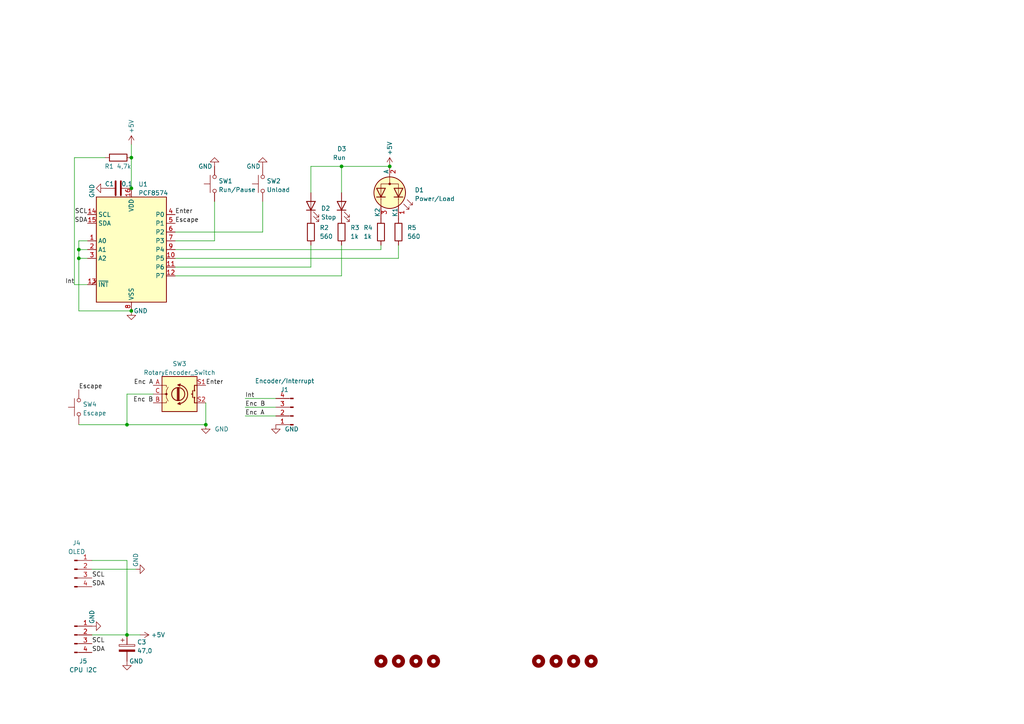
<source format=kicad_sch>
(kicad_sch (version 20211123) (generator eeschema)
  (paper "A4")
  (lib_symbols
    (symbol "Connector:Conn_01x04_Male" (pin_names (offset 1.016) hide)
      (property "Reference" "J" (at 0 5.08 0))
      (property "Value" "Conn_01x04_Male" (at 0 -7.62 0))
      (symbol "Conn_01x04_Male_1_1"
        (polyline (pts (xy 1.27 -5.08) (xy 0.8636 -5.08)) (stroke (width 0.1524)))
        (polyline (pts (xy 1.27 -2.54) (xy 0.8636 -2.54)) (stroke (width 0.1524)))
        (polyline (pts (xy 1.27 0) (xy 0.8636 0)) (stroke (width 0.1524)))
        (polyline (pts (xy 1.27 2.54) (xy 0.8636 2.54)) (stroke (width 0.1524)))
        (rectangle (start 0.8636 -4.953) (end 0 -5.207) (stroke (width 0.1524)) (fill (type outline)))
        (rectangle (start 0.8636 -2.413) (end 0 -2.667) (stroke (width 0.1524)) (fill (type outline)))
        (rectangle (start 0.8636 0.127) (end 0 -0.127) (stroke (width 0.1524)) (fill (type outline)))
        (rectangle (start 0.8636 2.667) (end 0 2.413) (stroke (width 0.1524)) (fill (type outline)))
        (pin passive line (at 5.08 2.54 180) (length 3.81) (name "Pin_1") (number "1"))
        (pin passive line (at 5.08 0 180) (length 3.81) (name "Pin_2") (number "2"))
        (pin passive line (at 5.08 -2.54 180) (length 3.81) (name "Pin_3") (number "3"))
        (pin passive line (at 5.08 -5.08 180) (length 3.81) (name "Pin_4") (number "4"))
      )
    )
    (symbol "Device:C" (pin_numbers hide) (pin_names (offset 0.254))
      (property "Reference" "C" (at 0.635 2.54 0))
      (property "Value" "C" (at 0.635 -2.54 0))
      (symbol "C_0_1"
        (polyline (pts (xy -2.032 -0.762) (xy 2.032 -0.762)) (stroke (width 0.508)))
        (polyline (pts (xy -2.032 0.762) (xy 2.032 0.762)) (stroke (width 0.508)))
      )
      (symbol "C_1_1"
        (pin passive line (at 0 3.81 270) (length 2.794) (name "~") (number "1"))
        (pin passive line (at 0 -3.81 90) (length 2.794) (name "~") (number "2"))
      )
    )
    (symbol "Device:C_Polarized" (pin_numbers hide) (pin_names (offset 0.254))
      (property "Reference" "C" (at 0.635 2.54 0))
      (property "Value" "C_Polarized" (at 0.635 -2.54 0))
      (symbol "C_Polarized_0_1"
        (rectangle (start -2.286 0.508) (end 2.286 1.016))
        (polyline (pts (xy -1.778 2.286) (xy -0.762 2.286)))
        (polyline (pts (xy -1.27 2.794) (xy -1.27 1.778)))
        (rectangle (start 2.286 -0.508) (end -2.286 -1.016) (fill (type outline)))
      )
      (symbol "C_Polarized_1_1"
        (pin passive line (at 0 3.81 270) (length 2.794) (name "~") (number "1"))
        (pin passive line (at 0 -3.81 90) (length 2.794) (name "~") (number "2"))
      )
    )
    (symbol "Device:LED" (pin_numbers hide) (pin_names (offset 1.016) hide)
      (property "Reference" "D" (at 0 2.54 0))
      (property "Value" "LED" (at 0 -2.54 0))
      (symbol "LED_0_1"
        (polyline (pts (xy -1.27 -1.27) (xy -1.27 1.27)) (stroke (width 0.254)))
        (polyline (pts (xy -1.27 0) (xy 1.27 0)))
        (polyline (pts (xy 1.27 -1.27) (xy 1.27 1.27) (xy -1.27 0) (xy 1.27 -1.27)) (stroke (width 0.254)))
        (polyline (pts (xy -3.048 -0.762) (xy -4.572 -2.286) (xy -3.81 -2.286) (xy -4.572 -2.286) (xy -4.572 -1.524)))
        (polyline (pts (xy -1.778 -0.762) (xy -3.302 -2.286) (xy -2.54 -2.286) (xy -3.302 -2.286) (xy -3.302 -1.524)))
      )
      (symbol "LED_1_1"
        (pin passive line (at -3.81 0 0) (length 2.54) (name "K") (number "1"))
        (pin passive line (at 3.81 0 180) (length 2.54) (name "A") (number "2"))
      )
    )
    (symbol "Device:LED_Dual_KAK" (pin_names (offset 0))
      (property "Reference" "D" (at 0 5.715 0))
      (property "Value" "LED_Dual_KAK" (at 0 -6.35 0))
      (symbol "LED_Dual_KAK_0_1"
        (circle (center -2.54 0) (radius 0.2794) (fill (type outline)))
        (polyline (pts (xy -4.572 0) (xy -2.54 0)))
        (polyline (pts (xy 1.27 -1.27) (xy 1.27 -3.81)) (stroke (width 0.254)))
        (polyline (pts (xy 1.27 3.81) (xy 1.27 1.27)) (stroke (width 0.254)))
        (polyline (pts (xy 3.81 -2.54) (xy 1.905 -2.54)))
        (polyline (pts (xy 3.81 2.54) (xy 1.905 2.54)))
        (polyline (pts (xy -1.27 -1.27) (xy -1.27 -3.81) (xy 1.27 -2.54) (xy -1.27 -1.27)) (stroke (width 0.254)))
        (polyline (pts (xy -1.27 3.81) (xy -1.27 1.27) (xy 1.27 2.54) (xy -1.27 3.81)) (stroke (width 0.254)))
        (polyline (pts (xy 2.032 2.54) (xy -2.54 2.54) (xy -2.54 -2.54) (xy 2.032 -2.54)))
        (polyline (pts (xy 2.032 5.08) (xy 3.556 6.604) (xy 2.794 6.604) (xy 3.556 6.604) (xy 3.556 5.842)))
        (polyline (pts (xy 3.302 4.064) (xy 4.826 5.588) (xy 4.064 5.588) (xy 4.826 5.588) (xy 4.826 4.826)))
        (circle (center 0 0) (radius 4.572) (stroke (width 0.254)) (fill (type background)))
      )
      (symbol "LED_Dual_KAK_1_1"
        (pin input line (at 7.62 2.54 180) (length 3.81) (name "K1") (number "1"))
        (pin input line (at -7.62 0 0) (length 3.048) (name "A") (number "2"))
        (pin input line (at 7.62 -2.54 180) (length 3.81) (name "K2") (number "3"))
      )
    )
    (symbol "Device:R" (pin_numbers hide) (pin_names (offset 0))
      (property "Reference" "R" (at 2.032 0 90))
      (property "Value" "R" (at 0 0 90))
      (symbol "R_0_1"
        (rectangle (start -1.016 -2.54) (end 1.016 2.54) (stroke (width 0.254)))
      )
      (symbol "R_1_1"
        (pin passive line (at 0 3.81 270) (length 1.27) (name "~") (number "1"))
        (pin passive line (at 0 -3.81 90) (length 1.27) (name "~") (number "2"))
      )
    )
    (symbol "Device:RotaryEncoder_Switch" (pin_names (offset 0.254) hide)
      (property "Reference" "SW" (at 0 6.604 0))
      (property "Value" "RotaryEncoder_Switch" (at 0 -6.604 0))
      (symbol "RotaryEncoder_Switch_0_1"
        (rectangle (start -5.08 5.08) (end 5.08 -5.08) (stroke (width 0.254)) (fill (type background)))
        (circle (center -3.81 0) (radius 0.254) (fill (type outline)))
        (arc (start -0.381 -2.794) (mid 2.3622 -0.0508) (end -0.381 2.667) (stroke (width 0.254)))
        (circle (center -0.381 0) (radius 1.905) (stroke (width 0.254)))
        (polyline (pts (xy -0.635 -1.778) (xy -0.635 1.778)) (stroke (width 0.254)))
        (polyline (pts (xy -0.381 -1.778) (xy -0.381 1.778)) (stroke (width 0.254)))
        (polyline (pts (xy -0.127 1.778) (xy -0.127 -1.778)) (stroke (width 0.254)))
        (polyline (pts (xy 3.81 0) (xy 3.429 0)) (stroke (width 0.254)))
        (polyline (pts (xy 3.81 1.016) (xy 3.81 -1.016)) (stroke (width 0.254)))
        (polyline (pts (xy -5.08 -2.54) (xy -3.81 -2.54) (xy -3.81 -2.032)))
        (polyline (pts (xy -5.08 2.54) (xy -3.81 2.54) (xy -3.81 2.032)))
        (polyline (pts (xy 0.254 -3.048) (xy -0.508 -2.794) (xy 0.127 -2.413)) (stroke (width 0.254)))
        (polyline (pts (xy 0.254 2.921) (xy -0.508 2.667) (xy 0.127 2.286)) (stroke (width 0.254)))
        (polyline (pts (xy 5.08 -2.54) (xy 4.318 -2.54) (xy 4.318 -1.016)) (stroke (width 0.254)))
        (polyline (pts (xy 5.08 2.54) (xy 4.318 2.54) (xy 4.318 1.016)) (stroke (width 0.254)))
        (polyline (pts (xy -5.08 0) (xy -3.81 0) (xy -3.81 -1.016) (xy -3.302 -2.032)))
        (polyline (pts (xy -4.318 0) (xy -3.81 0) (xy -3.81 1.016) (xy -3.302 2.032)))
        (circle (center 4.318 -1.016) (radius 0.127) (stroke (width 0.254)))
        (circle (center 4.318 1.016) (radius 0.127) (stroke (width 0.254)))
      )
      (symbol "RotaryEncoder_Switch_1_1"
        (pin passive line (at -7.62 2.54 0) (length 2.54) (name "A") (number "A"))
        (pin passive line (at -7.62 -2.54 0) (length 2.54) (name "B") (number "B"))
        (pin passive line (at -7.62 0 0) (length 2.54) (name "C") (number "C"))
        (pin passive line (at 7.62 2.54 180) (length 2.54) (name "S1") (number "S1"))
        (pin passive line (at 7.62 -2.54 180) (length 2.54) (name "S2") (number "S2"))
      )
    )
    (symbol "Interface_Expansion:PCF8574"
      (property "Reference" "U" (at -8.89 16.51 0))
      (property "Value" "PCF8574" (at 2.54 16.51 0))
      (symbol "PCF8574_0_1"
        (rectangle (start -10.16 15.24) (end 10.16 -15.24) (stroke (width 0.254)) (fill (type background)))
      )
      (symbol "PCF8574_1_1"
        (pin input line (at -12.7 2.54 0) (length 2.54) (name "A0") (number "1"))
        (pin bidirectional line (at 12.7 -2.54 180) (length 2.54) (name "P5") (number "10"))
        (pin bidirectional line (at 12.7 -5.08 180) (length 2.54) (name "P6") (number "11"))
        (pin bidirectional line (at 12.7 -7.62 180) (length 2.54) (name "P7") (number "12"))
        (pin open_collector output_low (at -12.7 -10.16 0) (length 2.54) (name "~{INT}") (number "13"))
        (pin input line (at -12.7 10.16 0) (length 2.54) (name "SCL") (number "14"))
        (pin bidirectional line (at -12.7 7.62 0) (length 2.54) (name "SDA") (number "15"))
        (pin power_in line (at 0 17.78 270) (length 2.54) (name "VDD") (number "16"))
        (pin input line (at -12.7 0 0) (length 2.54) (name "A1") (number "2"))
        (pin input line (at -12.7 -2.54 0) (length 2.54) (name "A2") (number "3"))
        (pin bidirectional line (at 12.7 10.16 180) (length 2.54) (name "P0") (number "4"))
        (pin bidirectional line (at 12.7 7.62 180) (length 2.54) (name "P1") (number "5"))
        (pin bidirectional line (at 12.7 5.08 180) (length 2.54) (name "P2") (number "6"))
        (pin bidirectional line (at 12.7 2.54 180) (length 2.54) (name "P3") (number "7"))
        (pin power_in line (at 0 -17.78 90) (length 2.54) (name "VSS") (number "8"))
        (pin bidirectional line (at 12.7 0 180) (length 2.54) (name "P4") (number "9"))
      )
    )
    (symbol "Mechanical:MountingHole" (pin_names (offset 1.016))
      (property "Reference" "H" (at 0 5.08 0))
      (property "Value" "MountingHole" (at 0 3.175 0))
      (symbol "MountingHole_0_1"
        (circle (center 0 0) (radius 1.27) (stroke (width 1.27)))
      )
    )
    (symbol "Switch:SW_Push" (pin_numbers hide) (pin_names (offset 1.016) hide)
      (property "Reference" "SW" (at 1.27 2.54 0))
      (property "Value" "SW_Push" (at 0 -1.524 0))
      (symbol "SW_Push_0_1"
        (circle (center -2.032 0) (radius 0.508))
        (polyline (pts (xy 0 1.27) (xy 0 3.048)))
        (polyline (pts (xy 2.54 1.27) (xy -2.54 1.27)))
        (circle (center 2.032 0) (radius 0.508))
        (pin passive line (at -5.08 0 0) (length 2.54) (name "1") (number "1"))
        (pin passive line (at 5.08 0 180) (length 2.54) (name "2") (number "2"))
      )
    )
    (symbol "power:+5V" (power) (pin_names (offset 0))
      (property "Value" "+5V" (at 0 3.556 0))
      (symbol "+5V_0_1"
        (polyline (pts (xy -0.762 1.27) (xy 0 2.54)))
        (polyline (pts (xy 0 0) (xy 0 2.54)))
        (polyline (pts (xy 0 2.54) (xy 0.762 1.27)))
      )
      (symbol "+5V_1_1"
        (pin power_in line (at 0 0 90) (length 0) hide (name "+5V") (number "1"))
      )
    )
    (symbol "power:GND" (power) (pin_names (offset 0))
      (property "Value" "GND" (at 0 -3.81 0))
      (symbol "GND_0_1"
        (polyline (pts (xy 0 0) (xy 0 -1.27) (xy 1.27 -1.27) (xy 0 -2.54) (xy -1.27 -1.27) (xy 0 -1.27)))
      )
      (symbol "GND_1_1"
        (pin power_in line (at 0 0 270) (length 0) hide (name "GND") (number "1"))
      )
    )
  )
  (junction (at 113.03 48.26))
  (junction (at 59.69 123.19))
  (junction (at 22.86 72.39))
  (junction (at 36.83 184.15))
  (junction (at 38.1 45.72))
  (junction (at 36.83 123.19))
  (junction (at 99.06 48.26))
  (junction (at 22.86 74.93))
  (junction (at 38.1 54.61))
  (junction (at 38.1 90.17))
  (wire (pts (xy 36.83 114.3) (xy 36.83 123.19)))
  (wire (pts (xy 62.23 58.42) (xy 62.23 69.85)))
  (wire (pts (xy 25.4 69.85) (xy 22.86 69.85)))
  (wire (pts (xy 90.17 55.88) (xy 90.17 48.26)))
  (wire (pts (xy 50.8 67.31) (xy 76.2 67.31)))
  (wire (pts (xy 36.83 184.15) (xy 26.67 184.15)))
  (wire (pts (xy 71.12 120.65) (xy 80.01 120.65)))
  (wire (pts (xy 50.8 80.01) (xy 99.06 80.01)))
  (wire (pts (xy 36.83 123.19) (xy 59.69 123.19)))
  (wire (pts (xy 22.86 90.17) (xy 38.1 90.17)))
  (wire (pts (xy 59.69 116.84) (xy 59.69 123.19)))
  (wire (pts (xy 21.59 82.55) (xy 25.4 82.55)))
  (wire (pts (xy 62.23 69.85) (xy 50.8 69.85)))
  (wire (pts (xy 99.06 80.01) (xy 99.06 71.12)))
  (wire (pts (xy 99.06 48.26) (xy 113.03 48.26)))
  (wire (pts (xy 36.83 162.56) (xy 36.83 184.15)))
  (wire (pts (xy 76.2 58.42) (xy 76.2 67.31)))
  (wire (pts (xy 99.06 55.88) (xy 99.06 48.26)))
  (wire (pts (xy 25.4 74.93) (xy 22.86 74.93)))
  (wire (pts (xy 38.1 41.91) (xy 38.1 45.72)))
  (wire (pts (xy 22.86 72.39) (xy 22.86 74.93)))
  (wire (pts (xy 90.17 48.26) (xy 99.06 48.26)))
  (wire (pts (xy 50.8 74.93) (xy 115.57 74.93)))
  (wire (pts (xy 115.57 74.93) (xy 115.57 71.12)))
  (wire (pts (xy 26.67 162.56) (xy 36.83 162.56)))
  (wire (pts (xy 30.48 45.72) (xy 21.59 45.72)))
  (wire (pts (xy 40.64 184.15) (xy 36.83 184.15)))
  (wire (pts (xy 50.8 72.39) (xy 110.49 72.39)))
  (wire (pts (xy 21.59 45.72) (xy 21.59 82.55)))
  (wire (pts (xy 110.49 72.39) (xy 110.49 71.12)))
  (wire (pts (xy 71.12 118.11) (xy 80.01 118.11)))
  (wire (pts (xy 39.37 165.1) (xy 26.67 165.1)))
  (wire (pts (xy 22.86 69.85) (xy 22.86 72.39)))
  (wire (pts (xy 38.1 45.72) (xy 38.1 54.61)))
  (wire (pts (xy 44.45 114.3) (xy 36.83 114.3)))
  (wire (pts (xy 22.86 123.19) (xy 36.83 123.19)))
  (wire (pts (xy 25.4 72.39) (xy 22.86 72.39)))
  (wire (pts (xy 22.86 74.93) (xy 22.86 90.17)))
  (wire (pts (xy 50.8 77.47) (xy 90.17 77.47)))
  (wire (pts (xy 71.12 115.57) (xy 80.01 115.57)))
  (wire (pts (xy 90.17 77.47) (xy 90.17 71.12)))
  (label "SCL" (at 26.67 186.69 0))
  (label "SDA" (at 26.67 170.18 0))
  (label "SDA" (at 26.67 189.23 0))
  (label "Int" (at 71.12 115.57 0))
  (label "Enc B" (at 71.12 118.11 0))
  (label "Enc A" (at 71.12 120.65 0))
  (label "SCL" (at 26.67 167.64 0))
  (label "Enter" (at 50.8 62.23 0))
  (label "Int" (at 21.59 82.55 180))
  (label "Enc B" (at 44.45 116.84 180))
  (label "SCL" (at 25.4 62.23 180))
  (label "SDA" (at 25.4 64.77 180))
  (label "Enc A" (at 44.45 111.76 180))
  (label "Escape" (at 50.8 64.77 0))
  (label "Enter" (at 59.69 111.76 0))
  (label "Escape" (at 22.86 113.03 0))
  (symbol (lib_id "power:GND") (at 30.48 54.61 270) (unit 1)
    (property "Reference" "#PWR03" (effects hide))
    (property "Value" "GND" (at 26.67 53.34 0) (effects (justify left)))
  )
  (symbol (lib_id "power:GND") (at 76.2 48.26 180) (unit 1)
    (property "Reference" "#PWR08" (effects hide))
    (property "Value" "GND" (at 75.565 48.26 0) (effects (justify left)))
  )
  (symbol (lib_id "power:+5V") (at 40.64 184.15 270) (unit 1)
    (property "Reference" "#PWR014" (effects hide))
    (property "Value" "+5V" (at 43.815 184.15 90) (effects (justify left)))
  )
  (symbol (lib_id "Device:R") (at 34.29 45.72 270) (unit 1)
    (property "Reference" "R1" (at 33.02 48.26 90) (effects (justify right)))
    (property "Value" "4,7k" (at 38.1 48.26 90) (effects (justify right)))
    (property "Footprint" "Resistor_SMD:R_1206_3216Metric_Pad1.30x1.75mm_HandSolder" (effects hide))
  )
  (symbol (lib_id "Mechanical:MountingHole") (at 110.49 191.77 0) (unit 1)
    (property "Reference" "H5" (effects hide))
    (property "Value" "MountingHole" (effects hide))
    (property "Footprint" "MountingHole:MountingHole_3.2mm_M3" (effects hide))
  )
  (symbol (lib_id "power:+5V") (at 38.1 41.91 0) (unit 1)
    (property "Reference" "#PWR02" (effects hide))
    (property "Value" "+5V" (at 38.1 38.735 90) (effects (justify left)))
  )
  (symbol (lib_id "Mechanical:MountingHole") (at 115.57 191.77 0) (unit 1)
    (property "Reference" "H6" (effects hide))
    (property "Value" "MountingHole" (effects hide))
    (property "Footprint" "MountingHole:MountingHole_3.2mm_M3" (effects hide))
  )
  (symbol (lib_id "Device:R") (at 99.06 67.31 180) (unit 1)
    (property "Reference" "R3" (at 101.6 66.04 0) (effects (justify right)))
    (property "Value" "1k" (at 101.6 68.58 0) (effects (justify right)))
    (property "Footprint" "Resistor_SMD:R_1206_3216Metric_Pad1.30x1.75mm_HandSolder" (effects hide))
  )
  (symbol (lib_id "Mechanical:MountingHole") (at 125.73 191.77 0) (unit 1)
    (property "Reference" "H8" (effects hide))
    (property "Value" "MountingHole" (effects hide))
    (property "Footprint" "MountingHole:MountingHole_3.2mm_M3" (effects hide))
  )
  (symbol (lib_id "Device:R") (at 110.49 67.31 180) (unit 1)
    (property "Reference" "R4" (at 105.41 66.04 0) (effects (justify right)))
    (property "Value" "1k" (at 105.41 68.58 0) (effects (justify right)))
    (property "Footprint" "Resistor_SMD:R_1206_3216Metric_Pad1.30x1.75mm_HandSolder" (effects hide))
  )
  (symbol (lib_id "Mechanical:MountingHole") (at 161.29 191.77 0) (unit 1)
    (property "Reference" "H2" (effects hide))
    (property "Value" "MountingHole" (effects hide))
    (property "Footprint" "MountingHole:MountingHole_3.2mm_M3" (effects hide))
  )
  (symbol (lib_id "Mechanical:MountingHole") (at 156.21 191.77 0) (unit 1)
    (property "Reference" "H1" (effects hide))
    (property "Value" "MountingHole" (effects hide))
    (property "Footprint" "MountingHole:MountingHole_3.2mm_M3" (effects hide))
  )
  (symbol (lib_id "Device:C") (at 34.29 54.61 90) (unit 1)
    (property "Reference" "C1" (at 31.75 53.34 90))
    (property "Value" "0,1" (at 36.83 53.34 90))
    (property "Footprint" "Capacitor_SMD:C_1206_3216Metric_Pad1.33x1.80mm_HandSolder" (effects hide))
  )
  (symbol (lib_id "Connector:Conn_01x04_Male") (at 85.09 120.65 180) (unit 1)
    (property "Reference" "J1" (at 82.55 113.03 0))
    (property "Value" "Encoder/Interrupt" (at 82.55 110.49 0))
    (property "Footprint" "Connector_PinHeader_2.54mm:PinHeader_1x04_P2.54mm_Vertical" (effects hide))
  )
  (symbol (lib_id "Switch:SW_Push") (at 62.23 53.34 90) (mirror x) (unit 1)
    (property "Reference" "SW1" (at 63.373 52.5053 90) (effects (justify right)))
    (property "Value" "Run/Pause" (at 63.373 55.0422 90) (effects (justify right)))
    (property "Footprint" "Button_Switch_THT:SW_PUSH_6mm" (effects hide))
  )
  (symbol (lib_id "Device:LED_Dual_KAK") (at 113.03 55.88 270) (unit 1)
    (property "Reference" "D1" (at 120.269 55.1088 90) (effects (justify left)))
    (property "Value" "Power/Load" (at 120.269 57.6457 90) (effects (justify left)))
    (property "Footprint" "LED_THT:LED_D3.0mm-3" (effects hide))
  )
  (symbol (lib_id "Switch:SW_Push") (at 76.2 53.34 90) (mirror x) (unit 1)
    (property "Reference" "SW2" (at 77.343 52.5053 90) (effects (justify right)))
    (property "Value" "Unload" (at 77.343 55.0422 90) (effects (justify right)))
    (property "Footprint" "Button_Switch_THT:SW_PUSH_6mm" (effects hide))
  )
  (symbol (lib_id "power:GND") (at 62.23 48.26 180) (unit 1)
    (property "Reference" "#PWR07" (effects hide))
    (property "Value" "GND" (at 61.595 48.26 0) (effects (justify left)))
  )
  (symbol (lib_id "power:GND") (at 80.01 123.19 0) (unit 1)
    (property "Reference" "#PWR011" (effects hide))
    (property "Value" "GND" (at 82.55 124.4599 0) (effects (justify left)))
  )
  (symbol (lib_id "power:GND") (at 38.1 90.17 0) (unit 1)
    (property "Reference" "#PWR06" (effects hide))
    (property "Value" "GND" (at 38.735 90.17 0) (effects (justify left)))
  )
  (symbol (lib_id "Device:LED") (at 90.17 59.69 90) (unit 1)
    (property "Reference" "D2" (at 93.091 60.4428 90) (effects (justify right)))
    (property "Value" "Stop" (at 93.091 62.9797 90) (effects (justify right)))
    (property "Footprint" "LED_THT:LED_D3.0mm" (effects hide))
  )
  (symbol (lib_id "Device:RotaryEncoder_Switch") (at 52.07 114.3 0) (unit 1)
    (property "Reference" "SW3" (at 52.07 105.5202 0))
    (property "Value" "RotaryEncoder_Switch" (at 52.07 108.0571 0))
    (property "Footprint" "Rotary_Encoder:RotaryEncoder_Bourns_Vertical_PEC12R-3xxxF-Sxxxx" (effects hide))
  )
  (symbol (lib_id "power:+5V") (at 113.03 48.26 0) (unit 1)
    (property "Reference" "#PWR01" (effects hide))
    (property "Value" "+5V" (at 113.03 45.085 90) (effects (justify left)))
  )
  (symbol (lib_id "power:GND") (at 26.67 181.61 90) (unit 1)
    (property "Reference" "#PWR013" (effects hide))
    (property "Value" "GND" (at 26.67 180.975 0) (effects (justify left)))
  )
  (symbol (lib_id "Connector:Conn_01x04_Male") (at 21.59 184.15 0) (unit 1)
    (property "Reference" "J5" (at 24.13 191.77 0))
    (property "Value" "CPU I2C" (at 24.13 194.31 0))
    (property "Footprint" "Connector_PinHeader_2.54mm:PinHeader_1x04_P2.54mm_Vertical" (effects hide))
  )
  (symbol (lib_id "Device:R") (at 90.17 67.31 180) (unit 1)
    (property "Reference" "R2" (at 92.71 66.04 0) (effects (justify right)))
    (property "Value" "560" (at 92.71 68.58 0) (effects (justify right)))
    (property "Footprint" "Resistor_SMD:R_1206_3216Metric_Pad1.30x1.75mm_HandSolder" (effects hide))
  )
  (symbol (lib_id "Mechanical:MountingHole") (at 120.65 191.77 0) (unit 1)
    (property "Reference" "H7" (effects hide))
    (property "Value" "MountingHole" (effects hide))
    (property "Footprint" "MountingHole:MountingHole_3.2mm_M3" (effects hide))
  )
  (symbol (lib_id "Connector:Conn_01x04_Male") (at 21.59 165.1 0) (unit 1)
    (property "Reference" "J4" (at 22.225 157.48 0))
    (property "Value" "OLED" (at 22.225 160.02 0))
    (property "Footprint" "Connector_PinHeader_2.54mm:PinHeader_1x04_P2.54mm_Vertical" (effects hide))
  )
  (symbol (lib_id "Switch:SW_Push") (at 22.86 118.11 90) (unit 1)
    (property "Reference" "SW4" (at 24.003 117.2753 90) (effects (justify right)))
    (property "Value" "Escape" (at 24.003 119.8122 90) (effects (justify right)))
    (property "Footprint" "Button_Switch_THT:SW_PUSH_6mm" (effects hide))
  )
  (symbol (lib_id "Device:R") (at 115.57 67.31 180) (unit 1)
    (property "Reference" "R5" (at 118.11 66.04 0) (effects (justify right)))
    (property "Value" "560" (at 118.11 68.58 0) (effects (justify right)))
    (property "Footprint" "Resistor_SMD:R_1206_3216Metric_Pad1.30x1.75mm_HandSolder" (effects hide))
  )
  (symbol (lib_id "Device:C_Polarized") (at 36.83 187.96 0) (unit 1)
    (property "Reference" "C3" (at 39.751 186.2363 0) (effects (justify left)))
    (property "Value" "47,0" (at 39.751 188.7732 0) (effects (justify left)))
    (property "Footprint" "Capacitor_THT:CP_Radial_D6.3mm_P2.50mm" (effects hide))
  )
  (symbol (lib_id "Mechanical:MountingHole") (at 166.37 191.77 0) (unit 1)
    (property "Reference" "H3" (effects hide))
    (property "Value" "MountingHole" (effects hide))
    (property "Footprint" "MountingHole:MountingHole_3.2mm_M3" (effects hide))
  )
  (symbol (lib_id "power:GND") (at 36.83 191.77 0) (unit 1)
    (property "Reference" "#PWR015" (effects hide))
    (property "Value" "GND" (at 37.465 191.77 0) (effects (justify left)))
  )
  (symbol (lib_id "Device:LED") (at 99.06 59.69 90) (unit 1)
    (property "Reference" "D3" (at 97.79 43.18 90) (effects (justify right)))
    (property "Value" "Run" (at 96.52 45.72 90) (effects (justify right)))
    (property "Footprint" "LED_THT:LED_D3.0mm" (effects hide))
  )
  (symbol (lib_id "Mechanical:MountingHole") (at 171.45 191.77 0) (unit 1)
    (property "Reference" "H4" (effects hide))
    (property "Value" "MountingHole" (effects hide))
    (property "Footprint" "MountingHole:MountingHole_3.2mm_M3" (effects hide))
  )
  (symbol (lib_id "power:GND") (at 59.69 123.19 0) (unit 1)
    (property "Reference" "#PWR010" (effects hide))
    (property "Value" "GND" (at 62.23 124.4599 0) (effects (justify left)))
  )
  (symbol (lib_id "Interface_Expansion:PCF8574") (at 38.1 72.39 0) (unit 1)
    (property "Reference" "U1" (at 40.1194 53.4502 0) (effects (justify left)))
    (property "Value" "PCF8574" (at 40.1194 55.9871 0) (effects (justify left)))
    (property "Footprint" "Package_DIP:DIP-16_W7.62mm_Socket_LongPads" (effects hide))
    (property "Datasheet" "http://www.nxp.com/documents/data_sheet/PCF8574_PCF8574A.pdf" (effects hide))
  )
  (symbol (lib_id "power:GND") (at 39.37 165.1 90) (unit 1)
    (property "Reference" "#PWR012" (effects hide))
    (property "Value" "GND" (at 39.37 164.465 0) (effects (justify left)))
  )
)
</source>
